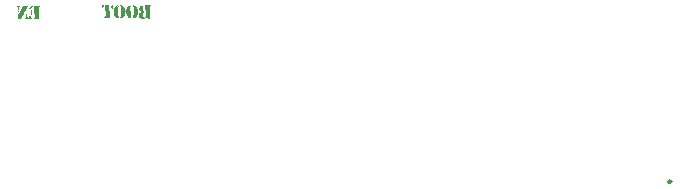
<source format=gbo>
G04*
G04 #@! TF.GenerationSoftware,Altium Limited,Altium Designer,20.1.14 (287)*
G04*
G04 Layer_Color=32896*
%FSLAX44Y44*%
%MOMM*%
G71*
G04*
G04 #@! TF.SameCoordinates,99A645DD-A7E4-4CA2-B257-33081834DCFA*
G04*
G04*
G04 #@! TF.FilePolarity,Positive*
G04*
G01*
G75*
%ADD131C,0.2500*%
G36*
X1452014Y1205342D02*
X1452083Y1205300D01*
X1452139Y1205259D01*
X1452180Y1205203D01*
X1452208Y1205162D01*
X1452236Y1205134D01*
Y1205120D01*
X1452263Y1205009D01*
Y1204912D01*
Y1204829D01*
X1452236Y1204746D01*
X1452208Y1204690D01*
X1452180Y1204649D01*
X1452166Y1204621D01*
X1452153Y1204607D01*
X1452055Y1204524D01*
X1451931Y1204441D01*
X1451792Y1204357D01*
X1451639Y1204274D01*
X1451501Y1204205D01*
X1451376Y1204149D01*
X1451293Y1204108D01*
X1451279Y1204094D01*
X1451265D01*
X1451071Y1203997D01*
X1450904Y1203886D01*
X1450766Y1203789D01*
X1450641Y1203692D01*
X1450544Y1203608D01*
X1450474Y1203539D01*
X1450433Y1203484D01*
X1450419Y1203470D01*
X1450308Y1203331D01*
X1450211Y1203206D01*
X1450141Y1203095D01*
X1450072Y1202998D01*
X1450031Y1202915D01*
X1450003Y1202846D01*
X1449989Y1202804D01*
Y1202790D01*
X1449906Y1202568D01*
X1449864Y1202485D01*
X1449823Y1202402D01*
X1449795Y1202333D01*
X1449767Y1202291D01*
X1449739Y1202263D01*
Y1202249D01*
X1449684Y1202180D01*
X1449615Y1202124D01*
X1449559Y1202083D01*
X1449490Y1202055D01*
X1449448Y1202041D01*
X1449406Y1202027D01*
X1449365D01*
X1449309Y1202041D01*
X1449268Y1202069D01*
X1449226Y1202111D01*
X1449198Y1202166D01*
X1449143Y1202305D01*
X1449088Y1202457D01*
X1449060Y1202610D01*
X1449046Y1202749D01*
X1449032Y1202804D01*
Y1202846D01*
Y1202873D01*
Y1202887D01*
X1449018Y1203192D01*
X1449032Y1203470D01*
X1449074Y1203692D01*
X1449101Y1203886D01*
X1449143Y1204025D01*
X1449185Y1204135D01*
X1449212Y1204191D01*
X1449226Y1204219D01*
X1449282Y1204302D01*
X1449351Y1204385D01*
X1449531Y1204538D01*
X1449753Y1204676D01*
X1449975Y1204801D01*
X1450197Y1204898D01*
X1450294Y1204940D01*
X1450377Y1204967D01*
X1450447Y1204995D01*
X1450502Y1205023D01*
X1450530Y1205037D01*
X1450544D01*
X1450724Y1205092D01*
X1450877Y1205148D01*
X1451015Y1205189D01*
X1451154Y1205231D01*
X1451376Y1205286D01*
X1451542Y1205342D01*
X1451667Y1205356D01*
X1451750Y1205384D01*
X1451931D01*
X1452014Y1205342D01*
D02*
G37*
G36*
X1440517Y1205800D02*
X1440669Y1205786D01*
X1440808Y1205772D01*
X1440919Y1205758D01*
X1441002Y1205744D01*
X1441086Y1205730D01*
X1441141Y1205703D01*
X1441183Y1205689D01*
X1441210Y1205675D01*
X1441238Y1205661D01*
X1441252Y1205647D01*
X1441266Y1205605D01*
Y1205564D01*
X1441210Y1205453D01*
X1441127Y1205314D01*
X1441016Y1205175D01*
X1440905Y1205037D01*
X1440808Y1204926D01*
X1440739Y1204843D01*
X1440711Y1204829D01*
Y1204815D01*
X1440572Y1204662D01*
X1440461Y1204510D01*
X1440364Y1204371D01*
X1440281Y1204246D01*
X1440226Y1204149D01*
X1440170Y1204066D01*
X1440156Y1204011D01*
X1440142Y1203997D01*
X1440073Y1203830D01*
X1440018Y1203650D01*
X1439962Y1203456D01*
X1439921Y1203262D01*
X1439879Y1203095D01*
X1439851Y1202957D01*
X1439837Y1202901D01*
X1439823Y1202859D01*
Y1202846D01*
Y1202832D01*
X1439782Y1202596D01*
X1439726Y1202402D01*
X1439685Y1202222D01*
X1439657Y1202083D01*
X1439615Y1201958D01*
X1439574Y1201847D01*
X1439546Y1201764D01*
X1439518Y1201695D01*
X1439491Y1201639D01*
X1439463Y1201598D01*
X1439421Y1201556D01*
X1439407Y1201528D01*
X1439393D01*
X1439366Y1201542D01*
X1439338Y1201584D01*
X1439310Y1201653D01*
X1439283Y1201722D01*
X1439269Y1201819D01*
X1439255Y1201930D01*
X1439241Y1202166D01*
X1439227Y1202402D01*
X1439213Y1202513D01*
Y1202610D01*
Y1202693D01*
Y1202749D01*
Y1202790D01*
Y1202804D01*
Y1202971D01*
Y1203123D01*
X1439199Y1203262D01*
Y1203387D01*
X1439185Y1203595D01*
X1439158Y1203761D01*
X1439144Y1203872D01*
X1439130Y1203955D01*
X1439116Y1203997D01*
Y1204011D01*
X1439061Y1204121D01*
X1438978Y1204246D01*
X1438894Y1204357D01*
X1438783Y1204482D01*
X1438686Y1204579D01*
X1438617Y1204662D01*
X1438548Y1204718D01*
X1438534Y1204732D01*
X1438409Y1204843D01*
X1438312Y1204954D01*
X1438229Y1205051D01*
X1438159Y1205134D01*
X1438048Y1205286D01*
X1437993Y1205397D01*
X1437965Y1205495D01*
Y1205550D01*
X1437979Y1205578D01*
Y1205592D01*
X1438021Y1205633D01*
X1438076Y1205661D01*
X1438173Y1205689D01*
X1438284Y1205703D01*
X1438409Y1205730D01*
X1438548Y1205744D01*
X1438839Y1205772D01*
X1439130Y1205800D01*
X1439255D01*
X1439380Y1205814D01*
X1440337D01*
X1440517Y1205800D01*
D02*
G37*
G36*
X1439893Y1200946D02*
X1439934Y1200932D01*
X1439990Y1200863D01*
X1440018Y1200793D01*
Y1200779D01*
Y1200765D01*
X1440004Y1200696D01*
X1439990Y1200654D01*
X1439921Y1200599D01*
X1439851Y1200571D01*
X1439823D01*
X1439754Y1200585D01*
X1439713Y1200599D01*
X1439657Y1200668D01*
X1439629Y1200738D01*
Y1200751D01*
Y1200765D01*
X1439643Y1200835D01*
X1439657Y1200876D01*
X1439726Y1200932D01*
X1439796Y1200959D01*
X1439823D01*
X1439893Y1200946D01*
D02*
G37*
G36*
X1447423Y1205758D02*
X1447617Y1205744D01*
X1447784Y1205730D01*
X1447923Y1205703D01*
X1448020Y1205689D01*
X1448103Y1205661D01*
X1448172Y1205647D01*
X1448214Y1205633D01*
X1448242Y1205619D01*
X1448255Y1205605D01*
X1448269Y1205592D01*
X1448283Y1205536D01*
Y1205481D01*
X1448255Y1205411D01*
X1448228Y1205342D01*
X1448186Y1205273D01*
X1448158Y1205231D01*
X1448131Y1205189D01*
X1448117Y1205175D01*
X1448006Y1205037D01*
X1447881Y1204870D01*
X1447742Y1204690D01*
X1447604Y1204510D01*
X1447465Y1204343D01*
X1447354Y1204191D01*
X1447312Y1204149D01*
X1447285Y1204108D01*
X1447257Y1204080D01*
Y1204066D01*
X1447021Y1203761D01*
X1446813Y1203456D01*
X1446619Y1203165D01*
X1446439Y1202887D01*
X1446300Y1202652D01*
X1446231Y1202554D01*
X1446189Y1202471D01*
X1446147Y1202402D01*
X1446120Y1202346D01*
X1446092Y1202319D01*
Y1202305D01*
X1444927Y1200266D01*
X1444913Y1200238D01*
X1444885Y1200197D01*
X1444844Y1200127D01*
X1444788Y1200058D01*
X1444677Y1199850D01*
X1444553Y1199642D01*
X1444428Y1199420D01*
X1444372Y1199323D01*
X1444317Y1199226D01*
X1444275Y1199157D01*
X1444247Y1199101D01*
X1444220Y1199060D01*
Y1199046D01*
X1443970Y1198616D01*
X1443721Y1198186D01*
X1443499Y1197784D01*
X1443277Y1197409D01*
X1443194Y1197257D01*
X1443110Y1197104D01*
X1443027Y1196965D01*
X1442972Y1196854D01*
X1442916Y1196771D01*
X1442874Y1196702D01*
X1442861Y1196660D01*
X1442847Y1196646D01*
X1442722Y1196425D01*
X1442611Y1196230D01*
X1442514Y1196064D01*
X1442431Y1195925D01*
X1442375Y1195800D01*
X1442306Y1195690D01*
X1442264Y1195606D01*
X1442223Y1195537D01*
X1442195Y1195481D01*
X1442181Y1195440D01*
X1442153Y1195385D01*
X1442139Y1195357D01*
X1442126Y1195301D01*
X1442084Y1195232D01*
X1442015Y1195135D01*
X1441945Y1195052D01*
X1441876Y1194968D01*
X1441807Y1194899D01*
X1441765Y1194844D01*
X1441751Y1194830D01*
X1441654Y1194746D01*
X1441571Y1194677D01*
X1441488Y1194622D01*
X1441418Y1194580D01*
X1441363Y1194552D01*
X1441321Y1194538D01*
X1441293Y1194525D01*
X1441280D01*
X1441183Y1194511D01*
X1441072Y1194497D01*
X1440822Y1194511D01*
X1440628D01*
X1440572Y1194525D01*
X1440545D01*
X1440350Y1194552D01*
X1440198Y1194594D01*
X1440073Y1194622D01*
X1439976Y1194663D01*
X1439921Y1194691D01*
X1439865Y1194719D01*
X1439851Y1194733D01*
X1439837D01*
X1439782Y1194788D01*
X1439726Y1194885D01*
X1439629Y1195079D01*
X1439602Y1195176D01*
X1439574Y1195260D01*
X1439546Y1195315D01*
Y1195329D01*
X1439518Y1195468D01*
X1439505Y1195592D01*
X1439491Y1195703D01*
Y1195800D01*
Y1195870D01*
X1439505Y1195925D01*
Y1195953D01*
Y1195967D01*
X1439546Y1196147D01*
X1439588Y1196286D01*
X1439602Y1196341D01*
X1439615Y1196383D01*
X1439629Y1196397D01*
Y1196411D01*
X1439685Y1196535D01*
X1439726Y1196619D01*
X1439754Y1196674D01*
X1439768Y1196688D01*
X1439782Y1196757D01*
Y1196799D01*
X1439768Y1196813D01*
X1439754Y1196827D01*
X1439713Y1196841D01*
X1439671Y1196854D01*
X1439560Y1196868D01*
X1439324D01*
X1439255Y1196882D01*
X1439199Y1196896D01*
X1439158Y1196910D01*
X1439116Y1196924D01*
X1439102Y1196938D01*
X1439088Y1197007D01*
Y1197090D01*
X1439116Y1197173D01*
X1439130Y1197187D01*
Y1197201D01*
X1439172Y1197312D01*
X1439213Y1197437D01*
X1439283Y1197673D01*
X1439297Y1197784D01*
X1439310Y1197867D01*
X1439324Y1197922D01*
Y1197936D01*
X1439352Y1198117D01*
X1439393Y1198283D01*
X1439449Y1198449D01*
X1439491Y1198588D01*
X1439546Y1198727D01*
X1439588Y1198824D01*
X1439615Y1198879D01*
X1439629Y1198907D01*
X1439879Y1199490D01*
X1439962Y1198852D01*
X1439976Y1198741D01*
X1439990Y1198643D01*
X1440031Y1198491D01*
X1440073Y1198394D01*
X1440115Y1198325D01*
X1440156Y1198283D01*
X1440184Y1198255D01*
X1440212D01*
X1440240Y1198269D01*
X1440267Y1198297D01*
X1440323Y1198366D01*
X1440378Y1198477D01*
X1440420Y1198588D01*
X1440461Y1198713D01*
X1440489Y1198810D01*
X1440517Y1198879D01*
Y1198907D01*
X1440558Y1199143D01*
X1440614Y1199323D01*
X1440656Y1199462D01*
X1440711Y1199573D01*
X1440753Y1199642D01*
X1440794Y1199684D01*
X1440808Y1199711D01*
X1440822D01*
X1440850Y1199753D01*
X1440878Y1199822D01*
X1440891Y1199975D01*
Y1200044D01*
X1440878Y1200114D01*
Y1200155D01*
Y1200169D01*
X1440864Y1200294D01*
X1440878Y1200405D01*
X1440905Y1200474D01*
X1440933Y1200544D01*
X1440974Y1200585D01*
X1441016Y1200613D01*
X1441030Y1200627D01*
X1441044D01*
X1441086Y1200654D01*
X1441127Y1200682D01*
X1441238Y1200793D01*
X1441335Y1200932D01*
X1441446Y1201084D01*
X1441543Y1201237D01*
X1441626Y1201362D01*
X1441654Y1201417D01*
X1441682Y1201459D01*
X1441696Y1201473D01*
Y1201487D01*
X1441848Y1201764D01*
X1441945Y1201986D01*
X1442029Y1202180D01*
X1442084Y1202333D01*
X1442112Y1202443D01*
X1442126Y1202527D01*
X1442139Y1202568D01*
Y1202582D01*
X1442153Y1202652D01*
X1442167Y1202735D01*
X1442209Y1202846D01*
X1442250Y1202971D01*
X1442375Y1203248D01*
X1442514Y1203539D01*
X1442653Y1203816D01*
X1442708Y1203955D01*
X1442777Y1204066D01*
X1442819Y1204149D01*
X1442861Y1204232D01*
X1442874Y1204274D01*
X1442888Y1204288D01*
X1443623Y1205703D01*
X1445870Y1205758D01*
X1446272Y1205772D01*
X1447201D01*
X1447423Y1205758D01*
D02*
G37*
G36*
X1450780Y1201792D02*
X1450835Y1201722D01*
X1450877Y1201639D01*
X1450932Y1201542D01*
X1450974Y1201445D01*
X1451057Y1201237D01*
X1451085Y1201140D01*
X1451112Y1201070D01*
X1451126Y1201015D01*
Y1201001D01*
X1451209Y1200724D01*
X1451251Y1200599D01*
X1451279Y1200488D01*
X1451320Y1200405D01*
X1451334Y1200335D01*
X1451362Y1200294D01*
Y1200280D01*
X1451404Y1200169D01*
X1451445Y1200086D01*
X1451473Y1200003D01*
X1451487Y1199947D01*
X1451514Y1199906D01*
Y1199878D01*
X1451528Y1199864D01*
X1451556Y1199781D01*
X1451570Y1199697D01*
X1451584Y1199642D01*
Y1199628D01*
Y1199614D01*
Y1199490D01*
X1451556Y1199365D01*
X1451542Y1199323D01*
X1451528Y1199281D01*
X1451514Y1199254D01*
Y1199240D01*
X1451182Y1198144D01*
X1451112Y1197950D01*
X1451043Y1197811D01*
X1450974Y1197701D01*
X1450890Y1197631D01*
X1450835Y1197589D01*
X1450780Y1197576D01*
X1450752Y1197562D01*
X1450738D01*
X1450668Y1197576D01*
X1450613Y1197631D01*
X1450571Y1197687D01*
X1450544Y1197770D01*
X1450516Y1197839D01*
X1450502Y1197908D01*
X1450488Y1197950D01*
Y1197964D01*
X1450474Y1198047D01*
Y1198158D01*
X1450461Y1198269D01*
Y1198394D01*
X1450447Y1198671D01*
X1450433Y1198962D01*
Y1199226D01*
Y1199351D01*
Y1199448D01*
Y1199531D01*
Y1199600D01*
Y1199642D01*
Y1199656D01*
Y1199864D01*
Y1200072D01*
X1450447Y1200252D01*
Y1200419D01*
X1450461Y1200710D01*
X1450474Y1200959D01*
X1450488Y1201154D01*
X1450502Y1201279D01*
X1450516Y1201362D01*
Y1201389D01*
X1450530Y1201500D01*
X1450544Y1201584D01*
X1450571Y1201653D01*
X1450585Y1201722D01*
X1450627Y1201792D01*
X1450682Y1201833D01*
X1450724D01*
X1450780Y1201792D01*
D02*
G37*
G36*
X1453317Y1194927D02*
X1453359Y1194913D01*
X1453414Y1194844D01*
X1453442Y1194760D01*
Y1194746D01*
Y1194733D01*
X1453428Y1194663D01*
X1453414Y1194608D01*
X1453387Y1194580D01*
X1453345Y1194552D01*
X1453276Y1194525D01*
X1453248D01*
X1453179Y1194538D01*
X1453137Y1194552D01*
X1453082Y1194636D01*
X1453054Y1194705D01*
Y1194719D01*
Y1194733D01*
X1453068Y1194802D01*
X1453082Y1194857D01*
X1453109Y1194885D01*
X1453151Y1194913D01*
X1453220Y1194941D01*
X1453248D01*
X1453317Y1194927D01*
D02*
G37*
G36*
X1446952Y1199961D02*
X1446993Y1199906D01*
X1447035Y1199809D01*
X1447063Y1199684D01*
X1447090Y1199545D01*
X1447118Y1199379D01*
X1447160Y1199032D01*
X1447188Y1198671D01*
Y1198505D01*
X1447201Y1198366D01*
Y1198241D01*
X1447215Y1198144D01*
Y1198089D01*
Y1198061D01*
X1447229Y1197811D01*
X1447243Y1197589D01*
Y1197382D01*
X1447257Y1197201D01*
X1447271Y1197035D01*
X1447285Y1196896D01*
X1447298Y1196771D01*
X1447312Y1196660D01*
X1447326Y1196563D01*
X1447340Y1196494D01*
Y1196425D01*
X1447354Y1196383D01*
X1447368Y1196314D01*
Y1196300D01*
X1447410Y1196161D01*
X1447479Y1196022D01*
X1447562Y1195898D01*
X1447645Y1195773D01*
X1447728Y1195676D01*
X1447784Y1195592D01*
X1447839Y1195537D01*
X1447853Y1195523D01*
X1447964Y1195398D01*
X1448061Y1195287D01*
X1448145Y1195190D01*
X1448200Y1195093D01*
X1448242Y1195010D01*
X1448283Y1194941D01*
X1448311Y1194816D01*
X1448325Y1194719D01*
X1448311Y1194649D01*
X1448297Y1194608D01*
X1448283Y1194594D01*
X1448228Y1194552D01*
X1448145Y1194511D01*
X1448047Y1194469D01*
X1447937Y1194441D01*
X1447687Y1194400D01*
X1447410Y1194358D01*
X1447146Y1194344D01*
X1447035D01*
X1446924Y1194331D01*
X1446466D01*
X1446258Y1194344D01*
X1446064Y1194358D01*
X1445898Y1194372D01*
X1445745Y1194386D01*
X1445621Y1194414D01*
X1445509Y1194441D01*
X1445412Y1194469D01*
X1445343Y1194483D01*
X1445288Y1194511D01*
X1445204Y1194552D01*
X1445163Y1194580D01*
X1445149Y1194594D01*
X1445121Y1194649D01*
Y1194719D01*
X1445135Y1194788D01*
X1445163Y1194857D01*
X1445246Y1195024D01*
X1445371Y1195204D01*
X1445496Y1195357D01*
X1445607Y1195481D01*
X1445662Y1195537D01*
X1445704Y1195579D01*
X1445717Y1195592D01*
X1445731Y1195606D01*
X1445884Y1195759D01*
X1445995Y1195898D01*
X1446092Y1196022D01*
X1446175Y1196133D01*
X1446217Y1196217D01*
X1446258Y1196272D01*
X1446286Y1196314D01*
Y1196328D01*
X1446328Y1196452D01*
X1446355Y1196577D01*
X1446397Y1196827D01*
Y1196952D01*
X1446411Y1197035D01*
Y1197090D01*
Y1197118D01*
Y1197534D01*
X1446439Y1197908D01*
X1446453Y1198255D01*
X1446480Y1198546D01*
X1446494Y1198671D01*
X1446508Y1198782D01*
X1446522Y1198879D01*
X1446536Y1198962D01*
X1446550Y1199032D01*
Y1199073D01*
X1446564Y1199101D01*
Y1199115D01*
X1446591Y1199268D01*
X1446619Y1199406D01*
X1446647Y1199517D01*
X1446688Y1199614D01*
X1446716Y1199711D01*
X1446744Y1199781D01*
X1446799Y1199878D01*
X1446841Y1199947D01*
X1446882Y1199975D01*
X1446896Y1199989D01*
X1446910D01*
X1446952Y1199961D01*
D02*
G37*
G36*
X1456826Y1205370D02*
X1457020Y1205356D01*
X1457173Y1205342D01*
X1457298Y1205328D01*
X1457409Y1205300D01*
X1457492Y1205286D01*
X1457547Y1205273D01*
X1457589Y1205259D01*
X1457617Y1205245D01*
X1457630Y1205231D01*
X1457644Y1205217D01*
X1457658Y1205175D01*
X1457672Y1205120D01*
X1457644Y1205009D01*
X1457589Y1204898D01*
X1457520Y1204787D01*
X1457436Y1204690D01*
X1457353Y1204607D01*
X1457298Y1204551D01*
X1457284Y1204538D01*
X1456757Y1204121D01*
Y1199628D01*
Y1199115D01*
Y1198630D01*
Y1198200D01*
X1456771Y1197825D01*
Y1197479D01*
Y1197160D01*
X1456785Y1196896D01*
Y1196660D01*
Y1196466D01*
X1456798Y1196300D01*
Y1196161D01*
Y1196050D01*
X1456812Y1195967D01*
Y1195911D01*
Y1195884D01*
Y1195870D01*
X1456826Y1195717D01*
X1456840Y1195579D01*
X1456854Y1195454D01*
X1456868Y1195357D01*
X1456909Y1195163D01*
X1456951Y1195038D01*
X1456992Y1194941D01*
X1457034Y1194871D01*
X1457048Y1194844D01*
X1457062Y1194830D01*
X1457159Y1194719D01*
X1457228Y1194636D01*
X1457270Y1194566D01*
X1457284Y1194511D01*
Y1194469D01*
X1457270Y1194441D01*
X1457256Y1194414D01*
X1457214Y1194386D01*
X1457173Y1194358D01*
X1457034Y1194317D01*
X1456868Y1194275D01*
X1456687Y1194247D01*
X1456507Y1194233D01*
X1456355Y1194220D01*
X1456299Y1194206D01*
X1455661D01*
X1455564Y1194220D01*
X1455467Y1194233D01*
X1455328Y1194247D01*
X1455231Y1194275D01*
X1455176Y1194303D01*
X1455148Y1194331D01*
X1455134D01*
X1454954Y1194427D01*
X1454787Y1194497D01*
X1454718Y1194511D01*
X1454663Y1194525D01*
X1454607D01*
X1454399Y1194566D01*
X1454316Y1194594D01*
X1454233Y1194636D01*
X1454177Y1194663D01*
X1454136Y1194691D01*
X1454108Y1194719D01*
X1454094D01*
X1454025Y1194802D01*
X1453941Y1194913D01*
X1453886Y1195052D01*
X1453831Y1195190D01*
X1453789Y1195315D01*
X1453747Y1195426D01*
X1453734Y1195495D01*
X1453720Y1195523D01*
X1453678Y1195676D01*
X1453650Y1195800D01*
X1453609Y1195911D01*
X1453581Y1196009D01*
X1453553Y1196092D01*
X1453539Y1196161D01*
X1453498Y1196258D01*
X1453470Y1196328D01*
X1453456Y1196355D01*
X1453442Y1196369D01*
X1453428Y1196397D01*
X1453414Y1196466D01*
X1453401Y1196591D01*
X1453387Y1196744D01*
X1453373Y1196910D01*
X1453359Y1197118D01*
X1453331Y1197548D01*
X1453317Y1197978D01*
X1453304Y1198186D01*
X1453290Y1198352D01*
Y1198505D01*
X1453276Y1198630D01*
Y1198699D01*
Y1198727D01*
X1453262Y1199157D01*
X1453234Y1199573D01*
X1453220Y1199975D01*
X1453206Y1200363D01*
Y1200724D01*
X1453193Y1201057D01*
X1453179Y1201362D01*
Y1201653D01*
Y1201903D01*
X1453165Y1202138D01*
Y1202333D01*
Y1202499D01*
Y1202624D01*
Y1202721D01*
Y1202790D01*
Y1202804D01*
Y1205314D01*
X1455328Y1205370D01*
X1455717Y1205384D01*
X1456604D01*
X1456826Y1205370D01*
D02*
G37*
G36*
X1449268Y1197312D02*
X1449337Y1197284D01*
X1449406Y1197229D01*
X1449476Y1197160D01*
X1449615Y1197007D01*
X1449725Y1196854D01*
X1449767Y1196799D01*
X1449809Y1196744D01*
X1449823Y1196716D01*
X1449836Y1196702D01*
X1449933Y1196563D01*
X1450017Y1196439D01*
X1450141Y1196230D01*
X1450239Y1196064D01*
X1450294Y1195939D01*
X1450336Y1195856D01*
X1450350Y1195800D01*
X1450363Y1195787D01*
Y1195773D01*
X1450391Y1195703D01*
X1450447Y1195606D01*
X1450530Y1195495D01*
X1450613Y1195371D01*
X1450710Y1195260D01*
X1450793Y1195163D01*
X1450849Y1195107D01*
X1450877Y1195079D01*
X1451001Y1194941D01*
X1451098Y1194816D01*
X1451182Y1194733D01*
X1451223Y1194663D01*
X1451265Y1194608D01*
X1451279Y1194580D01*
X1451293Y1194552D01*
Y1194511D01*
X1451265Y1194455D01*
X1451223Y1194400D01*
X1451168Y1194344D01*
X1451057Y1194261D01*
X1451029Y1194233D01*
X1451015Y1194220D01*
X1450849Y1194136D01*
X1450655Y1194067D01*
X1450461Y1194025D01*
X1450253Y1194012D01*
X1450072Y1193998D01*
X1449781D01*
X1448893Y1194053D01*
Y1195690D01*
Y1195884D01*
Y1196050D01*
X1448907Y1196203D01*
Y1196355D01*
X1448921Y1196605D01*
X1448935Y1196799D01*
X1448949Y1196938D01*
X1448963Y1197035D01*
X1448977Y1197104D01*
Y1197118D01*
X1449018Y1197229D01*
X1449074Y1197298D01*
X1449129Y1197326D01*
X1449198Y1197340D01*
X1449268Y1197312D01*
D02*
G37*
G36*
X1546313Y1205265D02*
X1546340Y1205238D01*
Y1205210D01*
Y1205154D01*
Y1205140D01*
Y1205126D01*
X1546271Y1205016D01*
X1546188Y1204932D01*
X1546119Y1204863D01*
X1546105Y1204849D01*
X1546091D01*
X1545994Y1204808D01*
X1545911Y1204794D01*
X1545855Y1204808D01*
X1545827Y1204835D01*
X1545800Y1204863D01*
X1545786Y1204891D01*
Y1204919D01*
Y1204932D01*
X1545800Y1205002D01*
X1545813Y1205016D01*
X1545869Y1205099D01*
X1545938Y1205168D01*
X1546008Y1205210D01*
X1546077Y1205251D01*
X1546133Y1205265D01*
X1546188Y1205279D01*
X1546216Y1205293D01*
X1546285D01*
X1546313Y1205265D01*
D02*
G37*
G36*
X1535371Y1205917D02*
X1535385Y1205875D01*
X1535371Y1205820D01*
X1535343Y1205764D01*
X1535315Y1205709D01*
X1535301Y1205654D01*
X1535273Y1205612D01*
Y1205598D01*
X1535190Y1205390D01*
X1535149Y1205321D01*
X1535121Y1205251D01*
X1535107Y1205196D01*
X1535093Y1205154D01*
X1535079Y1205140D01*
Y1205126D01*
X1535024Y1205016D01*
X1534968Y1204932D01*
X1534913Y1204877D01*
X1534844Y1204835D01*
X1534788Y1204808D01*
X1534733Y1204794D01*
X1534691D01*
X1534594Y1204808D01*
X1534525Y1204849D01*
X1534483Y1204905D01*
X1534455Y1204960D01*
X1534441Y1205016D01*
Y1205071D01*
Y1205113D01*
Y1205126D01*
X1534483Y1205238D01*
X1534566Y1205348D01*
X1534649Y1205459D01*
X1534747Y1205543D01*
X1534844Y1205626D01*
X1534927Y1205681D01*
X1534968Y1205723D01*
X1534996Y1205737D01*
X1535093Y1205806D01*
X1535163Y1205848D01*
X1535232Y1205889D01*
X1535273Y1205903D01*
X1535343Y1205931D01*
X1535357D01*
X1535371Y1205917D01*
D02*
G37*
G36*
X1524775D02*
X1524789Y1205875D01*
X1524775Y1205820D01*
X1524747Y1205764D01*
X1524720Y1205709D01*
X1524706Y1205654D01*
X1524678Y1205612D01*
Y1205598D01*
X1524595Y1205390D01*
X1524553Y1205321D01*
X1524525Y1205251D01*
X1524512Y1205196D01*
X1524498Y1205154D01*
X1524484Y1205140D01*
Y1205126D01*
X1524428Y1205016D01*
X1524373Y1204932D01*
X1524317Y1204877D01*
X1524248Y1204835D01*
X1524193Y1204808D01*
X1524137Y1204794D01*
X1524096D01*
X1523999Y1204808D01*
X1523929Y1204849D01*
X1523888Y1204905D01*
X1523860Y1204960D01*
X1523846Y1205016D01*
Y1205071D01*
Y1205113D01*
Y1205126D01*
X1523888Y1205238D01*
X1523971Y1205348D01*
X1524054Y1205459D01*
X1524151Y1205543D01*
X1524248Y1205626D01*
X1524331Y1205681D01*
X1524373Y1205723D01*
X1524401Y1205737D01*
X1524498Y1205806D01*
X1524567Y1205848D01*
X1524636Y1205889D01*
X1524678Y1205903D01*
X1524747Y1205931D01*
X1524761D01*
X1524775Y1205917D01*
D02*
G37*
G36*
X1512155Y1206458D02*
X1512210Y1206444D01*
X1512238Y1206430D01*
X1512307Y1206333D01*
X1512349Y1206236D01*
X1512377Y1206125D01*
X1512391Y1206028D01*
Y1205931D01*
Y1205848D01*
X1512377Y1205792D01*
Y1205778D01*
X1512335Y1205626D01*
X1512280Y1205487D01*
X1512210Y1205362D01*
X1512155Y1205265D01*
X1512086Y1205182D01*
X1512030Y1205126D01*
X1512002Y1205085D01*
X1511989Y1205071D01*
X1511850Y1204932D01*
X1511739Y1204766D01*
X1511656Y1204613D01*
X1511572Y1204461D01*
X1511531Y1204336D01*
X1511489Y1204225D01*
X1511461Y1204156D01*
Y1204128D01*
X1511420Y1204003D01*
X1511392Y1203906D01*
X1511351Y1203823D01*
X1511323Y1203754D01*
X1511281Y1203698D01*
X1511240Y1203656D01*
X1511170Y1203615D01*
X1511087Y1203629D01*
X1511018Y1203670D01*
X1510934Y1203740D01*
X1510865Y1203837D01*
X1510796Y1203948D01*
X1510740Y1204072D01*
X1510643Y1204308D01*
X1510602Y1204419D01*
X1510574Y1204502D01*
X1510546Y1204558D01*
Y1204572D01*
X1510491Y1204752D01*
X1510449Y1204932D01*
X1510408Y1205085D01*
X1510380Y1205224D01*
X1510338Y1205473D01*
X1510324Y1205654D01*
X1510310Y1205806D01*
Y1205903D01*
X1510324Y1205959D01*
Y1205973D01*
X1510380Y1206097D01*
X1510463Y1206194D01*
X1510574Y1206250D01*
X1510685Y1206305D01*
X1510796Y1206333D01*
X1510893Y1206347D01*
X1510990D01*
X1511226Y1206361D01*
X1511337D01*
X1511434Y1206375D01*
X1511517Y1206389D01*
X1511572D01*
X1511614Y1206402D01*
X1511628D01*
X1511725Y1206416D01*
X1511822Y1206444D01*
X1511877D01*
X1511933Y1206458D01*
X1511975Y1206472D01*
X1512086D01*
X1512155Y1206458D01*
D02*
G37*
G36*
X1510504Y1203018D02*
X1510546Y1203005D01*
X1510602Y1202935D01*
X1510629Y1202866D01*
Y1202852D01*
Y1202838D01*
Y1202783D01*
X1510602Y1202755D01*
X1510588Y1202727D01*
X1510491D01*
X1510408Y1202755D01*
X1510352Y1202797D01*
X1510296Y1202838D01*
X1510269Y1202866D01*
X1510241Y1202922D01*
Y1202949D01*
X1510255Y1202977D01*
X1510269Y1203005D01*
X1510338Y1203018D01*
X1510408Y1203032D01*
X1510435D01*
X1510504Y1203018D01*
D02*
G37*
G36*
X1519561Y1206056D02*
X1519602Y1206028D01*
X1519616Y1206014D01*
X1519630D01*
X1519658Y1205973D01*
X1519672Y1205903D01*
X1519699Y1205806D01*
X1519713Y1205695D01*
X1519727Y1205556D01*
X1519741Y1205418D01*
X1519755Y1205099D01*
Y1204794D01*
X1519769Y1204655D01*
Y1204530D01*
Y1204419D01*
Y1204336D01*
Y1204281D01*
Y1204267D01*
Y1204100D01*
Y1203934D01*
X1519755Y1203656D01*
Y1203435D01*
X1519741Y1203254D01*
X1519727Y1203116D01*
Y1203018D01*
X1519713Y1202963D01*
Y1202949D01*
X1519685Y1202824D01*
X1519644Y1202727D01*
X1519616Y1202644D01*
X1519561Y1202589D01*
X1519533Y1202547D01*
X1519491Y1202519D01*
X1519477Y1202505D01*
X1519464D01*
X1519353Y1202478D01*
X1519242D01*
X1519145Y1202505D01*
X1519061Y1202547D01*
X1518978Y1202575D01*
X1518923Y1202616D01*
X1518895Y1202644D01*
X1518881Y1202658D01*
X1518784Y1202769D01*
X1518715Y1202866D01*
X1518673Y1202977D01*
X1518631Y1203088D01*
X1518618Y1203171D01*
X1518604Y1203240D01*
Y1203296D01*
Y1203310D01*
X1518590Y1203546D01*
X1518562Y1203670D01*
X1518534Y1203767D01*
X1518521Y1203865D01*
X1518493Y1203934D01*
X1518479Y1203989D01*
Y1204003D01*
X1518437Y1204142D01*
X1518396Y1204281D01*
X1518354Y1204391D01*
X1518313Y1204489D01*
X1518285Y1204558D01*
X1518257Y1204627D01*
X1518243Y1204655D01*
Y1204669D01*
X1518174Y1204863D01*
X1518132Y1205057D01*
X1518118Y1205126D01*
X1518104Y1205182D01*
Y1205224D01*
Y1205238D01*
Y1205348D01*
X1518118Y1205432D01*
X1518132Y1205501D01*
X1518160Y1205556D01*
X1518188Y1205598D01*
X1518215Y1205626D01*
X1518229Y1205654D01*
X1518243D01*
X1518340Y1205737D01*
X1518465Y1205806D01*
X1518715Y1205917D01*
X1518826Y1205959D01*
X1518909Y1205986D01*
X1518964Y1206014D01*
X1518992D01*
X1519158Y1206056D01*
X1519297Y1206070D01*
X1519491D01*
X1519561Y1206056D01*
D02*
G37*
G36*
X1514249Y1206416D02*
X1514540Y1206402D01*
X1514818Y1206375D01*
X1514942D01*
X1515053Y1206361D01*
X1515150D01*
X1515220Y1206347D01*
X1515289D01*
X1516759Y1206236D01*
X1516842Y1196029D01*
X1517342Y1195835D01*
X1517466Y1195779D01*
X1517564Y1195724D01*
X1517647Y1195668D01*
X1517702Y1195599D01*
X1517730Y1195544D01*
X1517744Y1195474D01*
Y1195419D01*
X1517730Y1195363D01*
X1517688Y1195252D01*
X1517619Y1195169D01*
X1517577Y1195114D01*
X1517550Y1195086D01*
X1517494Y1195058D01*
X1517439Y1195030D01*
X1517355Y1195003D01*
X1517258Y1194975D01*
X1517050Y1194947D01*
X1516828Y1194933D01*
X1516274D01*
X1515872Y1194961D01*
X1515456Y1195003D01*
X1515053Y1195044D01*
X1514693Y1195100D01*
X1514526Y1195114D01*
X1514374Y1195141D01*
X1514249Y1195169D01*
X1514138Y1195183D01*
X1514041Y1195197D01*
X1513972Y1195211D01*
X1513930Y1195225D01*
X1513916D01*
X1513764Y1195252D01*
X1513611Y1195266D01*
X1513361Y1195280D01*
X1513167Y1195266D01*
X1513015Y1195238D01*
X1512904Y1195197D01*
X1512834Y1195155D01*
X1512793Y1195127D01*
X1512779Y1195114D01*
X1512724Y1195058D01*
X1512668Y1195016D01*
X1512599Y1194961D01*
X1512557Y1194933D01*
X1512516D01*
X1512488Y1194947D01*
X1512432Y1195003D01*
X1512391Y1195058D01*
X1512377Y1195086D01*
X1512294Y1195225D01*
X1512238Y1195335D01*
X1512210Y1195446D01*
X1512197Y1195530D01*
Y1195585D01*
Y1195627D01*
X1512210Y1195654D01*
Y1195668D01*
X1512252Y1195724D01*
X1512321Y1195765D01*
X1512391Y1195793D01*
X1512612D01*
X1512654Y1195779D01*
X1512668D01*
X1512793Y1195751D01*
X1513015D01*
X1513056Y1195765D01*
X1513084Y1195779D01*
X1513098Y1195793D01*
X1513126Y1195849D01*
X1513139Y1195932D01*
X1513153Y1196043D01*
Y1196154D01*
X1513167Y1196265D01*
Y1196362D01*
Y1196417D01*
Y1196445D01*
Y1196584D01*
X1513181Y1196695D01*
X1513195Y1196805D01*
X1513209Y1196889D01*
X1513250Y1197027D01*
X1513292Y1197111D01*
X1513334Y1197166D01*
X1513375Y1197194D01*
X1513403Y1197208D01*
X1513417D01*
X1513486Y1197222D01*
X1513542Y1197277D01*
X1513583Y1197346D01*
X1513611Y1197416D01*
X1513639Y1197499D01*
X1513653Y1197554D01*
Y1197610D01*
Y1197624D01*
Y1197929D01*
X1513639Y1198067D01*
Y1198192D01*
X1513625Y1198303D01*
Y1198387D01*
X1513611Y1198442D01*
Y1198456D01*
X1513597Y1198595D01*
X1513569Y1198692D01*
X1513556Y1198775D01*
X1513542Y1198816D01*
Y1198844D01*
X1513528Y1198872D01*
Y1198886D01*
X1513514Y1198927D01*
Y1198983D01*
X1513500Y1199066D01*
Y1199163D01*
X1513486Y1199274D01*
X1513472Y1199510D01*
X1513459Y1199732D01*
Y1199843D01*
Y1199940D01*
X1513445Y1200023D01*
Y1200078D01*
Y1200120D01*
Y1200134D01*
Y1200314D01*
X1513431Y1200522D01*
X1513417Y1200758D01*
X1513403Y1200980D01*
Y1201188D01*
X1513389Y1201354D01*
X1513375Y1201410D01*
Y1201465D01*
Y1201493D01*
Y1201507D01*
X1513348Y1201854D01*
X1513334Y1202186D01*
X1513320Y1202478D01*
X1513306Y1202727D01*
X1513292Y1202935D01*
Y1203018D01*
X1513278Y1203088D01*
Y1203143D01*
Y1203185D01*
Y1203199D01*
Y1203213D01*
X1513264Y1203490D01*
Y1203754D01*
X1513250Y1204017D01*
Y1204239D01*
Y1204447D01*
Y1204586D01*
Y1204655D01*
Y1204697D01*
Y1204710D01*
Y1204724D01*
Y1205002D01*
X1513264Y1205251D01*
X1513278Y1205459D01*
X1513292Y1205640D01*
X1513320Y1205778D01*
X1513334Y1205875D01*
X1513348Y1205945D01*
Y1205959D01*
X1513389Y1206111D01*
X1513431Y1206222D01*
X1513486Y1206305D01*
X1513528Y1206361D01*
X1513569Y1206402D01*
X1513611Y1206416D01*
X1513625Y1206430D01*
X1513972D01*
X1514249Y1206416D01*
D02*
G37*
G36*
X1547422Y1196029D02*
X1547464Y1195973D01*
X1547505Y1195904D01*
X1547519Y1195807D01*
X1547533Y1195710D01*
X1547547Y1195641D01*
Y1195585D01*
Y1195557D01*
X1547533Y1195391D01*
X1547519Y1195266D01*
X1547492Y1195183D01*
X1547450Y1195127D01*
X1547408Y1195086D01*
X1547381Y1195072D01*
X1547367Y1195058D01*
X1547353D01*
X1547283Y1195086D01*
X1547242Y1195141D01*
X1547200Y1195211D01*
X1547186Y1195308D01*
X1547173Y1195405D01*
X1547159Y1195474D01*
Y1195530D01*
Y1195557D01*
X1547173Y1195724D01*
X1547186Y1195849D01*
X1547214Y1195932D01*
X1547256Y1196001D01*
X1547297Y1196029D01*
X1547325Y1196043D01*
X1547339Y1196057D01*
X1547353D01*
X1547422Y1196029D01*
D02*
G37*
G36*
X1534358Y1206111D02*
X1534372Y1206084D01*
X1534400Y1205986D01*
X1534414Y1205889D01*
Y1205862D01*
Y1205848D01*
X1534400Y1205751D01*
X1534372Y1205667D01*
X1534344Y1205598D01*
X1534303Y1205556D01*
X1534220Y1205487D01*
X1534206Y1205459D01*
X1534192D01*
X1534150Y1205404D01*
X1534122Y1205321D01*
X1534109Y1205224D01*
Y1205099D01*
Y1204988D01*
Y1204905D01*
X1534122Y1204835D01*
Y1204808D01*
X1534150Y1204613D01*
X1534192Y1204433D01*
X1534233Y1204281D01*
X1534261Y1204170D01*
X1534303Y1204072D01*
X1534330Y1204003D01*
X1534344Y1203962D01*
X1534358Y1203948D01*
X1534372Y1203892D01*
X1534400Y1203823D01*
X1534414Y1203726D01*
X1534427Y1203615D01*
X1534455Y1203365D01*
X1534469Y1203088D01*
X1534483Y1202811D01*
Y1202700D01*
X1534497Y1202589D01*
Y1202492D01*
Y1202422D01*
Y1202381D01*
Y1202367D01*
X1534525Y1201701D01*
X1534539Y1201382D01*
X1534552Y1201077D01*
X1534566Y1200786D01*
X1534580Y1200522D01*
X1534594Y1200259D01*
X1534608Y1200037D01*
X1534622Y1199815D01*
X1534636Y1199635D01*
X1534649Y1199468D01*
Y1199330D01*
X1534663Y1199232D01*
X1534677Y1199149D01*
Y1199094D01*
Y1199080D01*
X1534705Y1198816D01*
X1534719Y1198581D01*
X1534747Y1198359D01*
X1534774Y1198151D01*
X1534788Y1197971D01*
X1534816Y1197804D01*
X1534830Y1197652D01*
X1534844Y1197513D01*
X1534871Y1197402D01*
X1534885Y1197305D01*
X1534899Y1197222D01*
Y1197152D01*
X1534913Y1197097D01*
X1534927Y1197055D01*
Y1197041D01*
Y1197027D01*
X1534968Y1196805D01*
X1535010Y1196598D01*
X1535052Y1196403D01*
X1535093Y1196237D01*
X1535121Y1196084D01*
X1535149Y1195987D01*
X1535163Y1195918D01*
Y1195890D01*
X1535204Y1195710D01*
X1535232Y1195585D01*
X1535260Y1195488D01*
X1535273Y1195419D01*
X1535301Y1195377D01*
Y1195349D01*
X1535315Y1195335D01*
X1535329Y1195322D01*
Y1195280D01*
Y1195183D01*
X1535315Y1195100D01*
X1535301Y1195072D01*
Y1195058D01*
X1535204Y1194975D01*
X1535093Y1194919D01*
X1534955Y1194878D01*
X1534594D01*
X1534525Y1194892D01*
X1534497D01*
X1534275Y1194947D01*
X1534053Y1195030D01*
X1533859Y1195114D01*
X1533692Y1195211D01*
X1533554Y1195294D01*
X1533443Y1195377D01*
X1533374Y1195433D01*
X1533346Y1195446D01*
X1533082Y1195641D01*
X1532847Y1195835D01*
X1532639Y1196029D01*
X1532431Y1196223D01*
X1532264Y1196403D01*
X1532098Y1196584D01*
X1531959Y1196736D01*
X1531834Y1196903D01*
X1531737Y1197041D01*
X1531654Y1197166D01*
X1531571Y1197277D01*
X1531515Y1197374D01*
X1531474Y1197457D01*
X1531446Y1197513D01*
X1531418Y1197541D01*
Y1197554D01*
X1531335Y1197762D01*
X1531252Y1197998D01*
X1531182Y1198234D01*
X1531127Y1198497D01*
X1531044Y1199011D01*
X1530974Y1199524D01*
X1530960Y1199760D01*
X1530947Y1199981D01*
X1530933Y1200175D01*
Y1200356D01*
X1530919Y1200495D01*
Y1200592D01*
Y1200661D01*
Y1200689D01*
Y1201063D01*
X1530947Y1201410D01*
X1530974Y1201743D01*
X1531002Y1202048D01*
X1531044Y1202325D01*
X1531099Y1202575D01*
X1531141Y1202811D01*
X1531196Y1203018D01*
X1531252Y1203199D01*
X1531293Y1203351D01*
X1531349Y1203490D01*
X1531390Y1203601D01*
X1531418Y1203684D01*
X1531446Y1203754D01*
X1531474Y1203781D01*
Y1203795D01*
X1531584Y1203989D01*
X1531709Y1204184D01*
X1531862Y1204364D01*
X1532014Y1204544D01*
X1532361Y1204863D01*
X1532694Y1205154D01*
X1532860Y1205265D01*
X1533013Y1205376D01*
X1533152Y1205473D01*
X1533263Y1205556D01*
X1533374Y1205626D01*
X1533443Y1205667D01*
X1533498Y1205695D01*
X1533512Y1205709D01*
X1533748Y1205848D01*
X1533928Y1205945D01*
X1534067Y1206028D01*
X1534178Y1206070D01*
X1534247Y1206097D01*
X1534303Y1206125D01*
X1534330D01*
X1534358Y1206111D01*
D02*
G37*
G36*
X1523763D02*
X1523777Y1206084D01*
X1523804Y1205986D01*
X1523818Y1205889D01*
Y1205862D01*
Y1205848D01*
X1523804Y1205751D01*
X1523777Y1205667D01*
X1523749Y1205598D01*
X1523707Y1205556D01*
X1523624Y1205487D01*
X1523610Y1205459D01*
X1523596D01*
X1523555Y1205404D01*
X1523527Y1205321D01*
X1523513Y1205224D01*
Y1205099D01*
Y1204988D01*
Y1204905D01*
X1523527Y1204835D01*
Y1204808D01*
X1523555Y1204613D01*
X1523596Y1204433D01*
X1523638Y1204281D01*
X1523666Y1204170D01*
X1523707Y1204072D01*
X1523735Y1204003D01*
X1523749Y1203962D01*
X1523763Y1203948D01*
X1523777Y1203892D01*
X1523804Y1203823D01*
X1523818Y1203726D01*
X1523832Y1203615D01*
X1523860Y1203365D01*
X1523874Y1203088D01*
X1523888Y1202811D01*
Y1202700D01*
X1523901Y1202589D01*
Y1202492D01*
Y1202422D01*
Y1202381D01*
Y1202367D01*
X1523929Y1201701D01*
X1523943Y1201382D01*
X1523957Y1201077D01*
X1523971Y1200786D01*
X1523985Y1200522D01*
X1523999Y1200259D01*
X1524012Y1200037D01*
X1524026Y1199815D01*
X1524040Y1199635D01*
X1524054Y1199468D01*
Y1199330D01*
X1524068Y1199232D01*
X1524082Y1199149D01*
Y1199094D01*
Y1199080D01*
X1524109Y1198816D01*
X1524123Y1198581D01*
X1524151Y1198359D01*
X1524179Y1198151D01*
X1524193Y1197971D01*
X1524220Y1197804D01*
X1524234Y1197652D01*
X1524248Y1197513D01*
X1524276Y1197402D01*
X1524290Y1197305D01*
X1524304Y1197222D01*
Y1197152D01*
X1524317Y1197097D01*
X1524331Y1197055D01*
Y1197041D01*
Y1197027D01*
X1524373Y1196805D01*
X1524415Y1196598D01*
X1524456Y1196403D01*
X1524498Y1196237D01*
X1524525Y1196084D01*
X1524553Y1195987D01*
X1524567Y1195918D01*
Y1195890D01*
X1524609Y1195710D01*
X1524636Y1195585D01*
X1524664Y1195488D01*
X1524678Y1195419D01*
X1524706Y1195377D01*
Y1195349D01*
X1524720Y1195335D01*
X1524733Y1195322D01*
Y1195280D01*
Y1195183D01*
X1524720Y1195100D01*
X1524706Y1195072D01*
Y1195058D01*
X1524609Y1194975D01*
X1524498Y1194919D01*
X1524359Y1194878D01*
X1523999D01*
X1523929Y1194892D01*
X1523901D01*
X1523680Y1194947D01*
X1523458Y1195030D01*
X1523264Y1195114D01*
X1523097Y1195211D01*
X1522958Y1195294D01*
X1522847Y1195377D01*
X1522778Y1195433D01*
X1522750Y1195446D01*
X1522487Y1195641D01*
X1522251Y1195835D01*
X1522043Y1196029D01*
X1521835Y1196223D01*
X1521669Y1196403D01*
X1521502Y1196584D01*
X1521364Y1196736D01*
X1521239Y1196903D01*
X1521142Y1197041D01*
X1521058Y1197166D01*
X1520975Y1197277D01*
X1520920Y1197374D01*
X1520878Y1197457D01*
X1520850Y1197513D01*
X1520823Y1197541D01*
Y1197554D01*
X1520739Y1197762D01*
X1520656Y1197998D01*
X1520587Y1198234D01*
X1520531Y1198497D01*
X1520448Y1199011D01*
X1520379Y1199524D01*
X1520365Y1199760D01*
X1520351Y1199981D01*
X1520337Y1200175D01*
Y1200356D01*
X1520323Y1200495D01*
Y1200592D01*
Y1200661D01*
Y1200689D01*
Y1201063D01*
X1520351Y1201410D01*
X1520379Y1201743D01*
X1520407Y1202048D01*
X1520448Y1202325D01*
X1520504Y1202575D01*
X1520545Y1202811D01*
X1520601Y1203018D01*
X1520656Y1203199D01*
X1520698Y1203351D01*
X1520753Y1203490D01*
X1520795Y1203601D01*
X1520823Y1203684D01*
X1520850Y1203754D01*
X1520878Y1203781D01*
Y1203795D01*
X1520989Y1203989D01*
X1521114Y1204184D01*
X1521266Y1204364D01*
X1521419Y1204544D01*
X1521766Y1204863D01*
X1522099Y1205154D01*
X1522265Y1205265D01*
X1522417Y1205376D01*
X1522556Y1205473D01*
X1522667Y1205556D01*
X1522778Y1205626D01*
X1522847Y1205667D01*
X1522903Y1205695D01*
X1522917Y1205709D01*
X1523152Y1205848D01*
X1523333Y1205945D01*
X1523472Y1206028D01*
X1523582Y1206070D01*
X1523652Y1206097D01*
X1523707Y1206125D01*
X1523735D01*
X1523763Y1206111D01*
D02*
G37*
G36*
X1537118Y1205903D02*
X1537340Y1205875D01*
X1537437Y1205848D01*
X1537534Y1205834D01*
X1537617Y1205820D01*
X1537673Y1205806D01*
X1537714Y1205792D01*
X1537728D01*
X1537936Y1205723D01*
X1538144Y1205654D01*
X1538519Y1205473D01*
X1538865Y1205279D01*
X1539157Y1205071D01*
X1539281Y1204974D01*
X1539392Y1204877D01*
X1539489Y1204794D01*
X1539559Y1204724D01*
X1539628Y1204655D01*
X1539670Y1204613D01*
X1539698Y1204586D01*
X1539711Y1204572D01*
X1540003Y1204225D01*
X1540238Y1203851D01*
X1540433Y1203490D01*
X1540571Y1203157D01*
X1540641Y1203005D01*
X1540682Y1202866D01*
X1540724Y1202741D01*
X1540765Y1202630D01*
X1540793Y1202547D01*
X1540807Y1202478D01*
X1540821Y1202436D01*
Y1202422D01*
X1540890Y1201978D01*
X1540932Y1201521D01*
X1540946Y1201063D01*
Y1200647D01*
Y1200453D01*
X1540932Y1200273D01*
Y1200106D01*
X1540918Y1199967D01*
Y1199857D01*
X1540904Y1199773D01*
Y1199718D01*
Y1199704D01*
X1540876Y1199413D01*
X1540835Y1199149D01*
X1540807Y1198913D01*
X1540765Y1198678D01*
X1540724Y1198470D01*
X1540682Y1198289D01*
X1540627Y1198123D01*
X1540585Y1197971D01*
X1540544Y1197846D01*
X1540502Y1197735D01*
X1540474Y1197638D01*
X1540433Y1197568D01*
X1540419Y1197499D01*
X1540391Y1197457D01*
X1540377Y1197443D01*
Y1197430D01*
X1540238Y1197194D01*
X1540086Y1196958D01*
X1539933Y1196736D01*
X1539781Y1196542D01*
X1539642Y1196376D01*
X1539531Y1196237D01*
X1539462Y1196154D01*
X1539434Y1196140D01*
Y1196126D01*
X1539323Y1196015D01*
X1539226Y1195918D01*
X1539046Y1195751D01*
X1538921Y1195641D01*
X1538810Y1195557D01*
X1538727Y1195516D01*
X1538685Y1195488D01*
X1538657Y1195474D01*
X1538643D01*
X1538560Y1195460D01*
X1538477Y1195433D01*
X1538325Y1195335D01*
X1538255Y1195280D01*
X1538200Y1195238D01*
X1538158Y1195211D01*
X1538144Y1195197D01*
X1538075Y1195141D01*
X1538006Y1195100D01*
X1537825Y1195016D01*
X1537742Y1194975D01*
X1537673Y1194961D01*
X1537631Y1194933D01*
X1537617D01*
X1537326Y1194864D01*
X1537201Y1194850D01*
X1537076Y1194836D01*
X1536979Y1194822D01*
X1536841D01*
X1536716Y1194836D01*
X1536605Y1194878D01*
X1536535Y1194933D01*
X1536466Y1194989D01*
X1536438Y1195044D01*
X1536411Y1195100D01*
X1536397Y1195127D01*
Y1195141D01*
X1536383Y1195266D01*
X1536397Y1195391D01*
X1536425Y1195502D01*
X1536480Y1195599D01*
X1536522Y1195682D01*
X1536577Y1195751D01*
X1536605Y1195793D01*
X1536619Y1195807D01*
X1536674Y1195876D01*
X1536730Y1195959D01*
X1536813Y1196154D01*
X1536882Y1196376D01*
X1536938Y1196598D01*
X1536979Y1196792D01*
X1537007Y1196972D01*
X1537021Y1197027D01*
X1537035Y1197083D01*
Y1197111D01*
Y1197124D01*
X1537049Y1197333D01*
X1537076Y1197596D01*
X1537090Y1197887D01*
X1537118Y1198192D01*
X1537132Y1198539D01*
X1537146Y1198886D01*
X1537173Y1199593D01*
X1537187Y1199926D01*
X1537201Y1200245D01*
Y1200536D01*
X1537215Y1200786D01*
Y1200994D01*
X1537229Y1201091D01*
Y1201160D01*
Y1201216D01*
Y1201257D01*
Y1201285D01*
Y1201299D01*
X1537243Y1201757D01*
Y1202173D01*
X1537257Y1202547D01*
Y1202880D01*
Y1203171D01*
Y1203421D01*
Y1203643D01*
Y1203837D01*
Y1203989D01*
Y1204128D01*
Y1204239D01*
X1537243Y1204322D01*
Y1204378D01*
Y1204419D01*
Y1204447D01*
X1537215Y1204655D01*
X1537173Y1204835D01*
X1537118Y1204974D01*
X1537063Y1205099D01*
X1537007Y1205182D01*
X1536965Y1205251D01*
X1536938Y1205279D01*
X1536924Y1205293D01*
X1536827Y1205390D01*
X1536744Y1205473D01*
X1536674Y1205556D01*
X1536633Y1205626D01*
X1536591Y1205667D01*
X1536577Y1205709D01*
X1536563Y1205723D01*
Y1205737D01*
Y1205792D01*
X1536591Y1205848D01*
X1536633Y1205875D01*
X1536716Y1205903D01*
X1536799D01*
X1536896Y1205917D01*
X1537118Y1205903D01*
D02*
G37*
G36*
X1526523D02*
X1526744Y1205875D01*
X1526841Y1205848D01*
X1526939Y1205834D01*
X1527022Y1205820D01*
X1527077Y1205806D01*
X1527119Y1205792D01*
X1527133D01*
X1527341Y1205723D01*
X1527549Y1205654D01*
X1527923Y1205473D01*
X1528270Y1205279D01*
X1528561Y1205071D01*
X1528686Y1204974D01*
X1528797Y1204877D01*
X1528894Y1204794D01*
X1528963Y1204724D01*
X1529033Y1204655D01*
X1529074Y1204613D01*
X1529102Y1204586D01*
X1529116Y1204572D01*
X1529407Y1204225D01*
X1529643Y1203851D01*
X1529837Y1203490D01*
X1529976Y1203157D01*
X1530045Y1203005D01*
X1530087Y1202866D01*
X1530128Y1202741D01*
X1530170Y1202630D01*
X1530198Y1202547D01*
X1530211Y1202478D01*
X1530225Y1202436D01*
Y1202422D01*
X1530295Y1201978D01*
X1530336Y1201521D01*
X1530350Y1201063D01*
Y1200647D01*
Y1200453D01*
X1530336Y1200273D01*
Y1200106D01*
X1530323Y1199967D01*
Y1199857D01*
X1530309Y1199773D01*
Y1199718D01*
Y1199704D01*
X1530281Y1199413D01*
X1530239Y1199149D01*
X1530211Y1198913D01*
X1530170Y1198678D01*
X1530128Y1198470D01*
X1530087Y1198289D01*
X1530031Y1198123D01*
X1529990Y1197971D01*
X1529948Y1197846D01*
X1529906Y1197735D01*
X1529879Y1197638D01*
X1529837Y1197568D01*
X1529823Y1197499D01*
X1529796Y1197457D01*
X1529782Y1197443D01*
Y1197430D01*
X1529643Y1197194D01*
X1529490Y1196958D01*
X1529338Y1196736D01*
X1529185Y1196542D01*
X1529047Y1196376D01*
X1528936Y1196237D01*
X1528866Y1196154D01*
X1528839Y1196140D01*
Y1196126D01*
X1528728Y1196015D01*
X1528631Y1195918D01*
X1528450Y1195751D01*
X1528325Y1195641D01*
X1528215Y1195557D01*
X1528131Y1195516D01*
X1528090Y1195488D01*
X1528062Y1195474D01*
X1528048D01*
X1527965Y1195460D01*
X1527882Y1195433D01*
X1527729Y1195335D01*
X1527660Y1195280D01*
X1527604Y1195238D01*
X1527563Y1195211D01*
X1527549Y1195197D01*
X1527480Y1195141D01*
X1527410Y1195100D01*
X1527230Y1195016D01*
X1527147Y1194975D01*
X1527077Y1194961D01*
X1527036Y1194933D01*
X1527022D01*
X1526731Y1194864D01*
X1526606Y1194850D01*
X1526481Y1194836D01*
X1526384Y1194822D01*
X1526245D01*
X1526120Y1194836D01*
X1526009Y1194878D01*
X1525940Y1194933D01*
X1525871Y1194989D01*
X1525843Y1195044D01*
X1525815Y1195100D01*
X1525801Y1195127D01*
Y1195141D01*
X1525788Y1195266D01*
X1525801Y1195391D01*
X1525829Y1195502D01*
X1525885Y1195599D01*
X1525926Y1195682D01*
X1525982Y1195751D01*
X1526009Y1195793D01*
X1526023Y1195807D01*
X1526079Y1195876D01*
X1526134Y1195959D01*
X1526217Y1196154D01*
X1526287Y1196376D01*
X1526342Y1196598D01*
X1526384Y1196792D01*
X1526412Y1196972D01*
X1526425Y1197027D01*
X1526439Y1197083D01*
Y1197111D01*
Y1197124D01*
X1526453Y1197333D01*
X1526481Y1197596D01*
X1526495Y1197887D01*
X1526523Y1198192D01*
X1526536Y1198539D01*
X1526550Y1198886D01*
X1526578Y1199593D01*
X1526592Y1199926D01*
X1526606Y1200245D01*
Y1200536D01*
X1526620Y1200786D01*
Y1200994D01*
X1526633Y1201091D01*
Y1201160D01*
Y1201216D01*
Y1201257D01*
Y1201285D01*
Y1201299D01*
X1526647Y1201757D01*
Y1202173D01*
X1526661Y1202547D01*
Y1202880D01*
Y1203171D01*
Y1203421D01*
Y1203643D01*
Y1203837D01*
Y1203989D01*
Y1204128D01*
Y1204239D01*
X1526647Y1204322D01*
Y1204378D01*
Y1204419D01*
Y1204447D01*
X1526620Y1204655D01*
X1526578Y1204835D01*
X1526523Y1204974D01*
X1526467Y1205099D01*
X1526412Y1205182D01*
X1526370Y1205251D01*
X1526342Y1205279D01*
X1526328Y1205293D01*
X1526231Y1205390D01*
X1526148Y1205473D01*
X1526079Y1205556D01*
X1526037Y1205626D01*
X1525996Y1205667D01*
X1525982Y1205709D01*
X1525968Y1205723D01*
Y1205737D01*
Y1205792D01*
X1525996Y1205848D01*
X1526037Y1205875D01*
X1526120Y1205903D01*
X1526204D01*
X1526301Y1205917D01*
X1526523Y1205903D01*
D02*
G37*
G36*
X1550986Y1205917D02*
X1551181D01*
X1551250Y1205903D01*
X1551264D01*
X1551402Y1205875D01*
X1551513Y1205848D01*
X1551597Y1205806D01*
X1551652Y1205764D01*
X1551708Y1205723D01*
X1551735Y1205681D01*
X1551749Y1205667D01*
Y1205654D01*
X1551763Y1205584D01*
X1551777Y1205529D01*
X1551749Y1205404D01*
X1551694Y1205279D01*
X1551611Y1205168D01*
X1551513Y1205071D01*
X1551444Y1205002D01*
X1551389Y1204946D01*
X1551361Y1204932D01*
X1550834Y1204544D01*
Y1200106D01*
Y1199593D01*
Y1199121D01*
Y1198692D01*
X1550848Y1198317D01*
Y1197971D01*
Y1197665D01*
X1550862Y1197402D01*
Y1197166D01*
Y1196972D01*
X1550876Y1196805D01*
Y1196667D01*
Y1196570D01*
X1550889Y1196487D01*
Y1196431D01*
Y1196403D01*
Y1196389D01*
X1550903Y1196237D01*
X1550917Y1196112D01*
X1550959Y1195876D01*
X1551000Y1195696D01*
X1551042Y1195571D01*
X1551097Y1195474D01*
X1551125Y1195405D01*
X1551153Y1195377D01*
X1551167Y1195363D01*
X1551264Y1195252D01*
X1551319Y1195169D01*
X1551361Y1195100D01*
X1551375Y1195044D01*
Y1195003D01*
Y1194975D01*
X1551361Y1194947D01*
X1551319Y1194919D01*
X1551264Y1194878D01*
X1551125Y1194836D01*
X1550959Y1194795D01*
X1550778Y1194767D01*
X1550612Y1194739D01*
X1550473D01*
X1550432Y1194725D01*
X1549946D01*
X1549849Y1194739D01*
X1549683Y1194753D01*
X1549558Y1194781D01*
X1549489Y1194809D01*
X1549433Y1194836D01*
X1549405Y1194864D01*
X1549336Y1194933D01*
X1549239Y1194975D01*
X1549114Y1195016D01*
X1548989Y1195030D01*
X1548878Y1195044D01*
X1548781Y1195058D01*
X1548684D01*
X1548518Y1195072D01*
X1548379Y1195100D01*
X1548268Y1195141D01*
X1548185Y1195183D01*
X1548129Y1195225D01*
X1548074Y1195266D01*
X1548060Y1195294D01*
X1548046Y1195308D01*
X1547991Y1195419D01*
X1547949Y1195557D01*
X1547908Y1195710D01*
X1547880Y1195876D01*
X1547866Y1196015D01*
X1547852Y1196140D01*
Y1196223D01*
Y1196237D01*
Y1196251D01*
X1547838Y1196389D01*
X1547811Y1196514D01*
X1547769Y1196625D01*
X1547741Y1196722D01*
X1547700Y1196792D01*
X1547672Y1196847D01*
X1547658Y1196875D01*
X1547644Y1196889D01*
X1547575Y1196972D01*
X1547533Y1197027D01*
X1547492Y1197069D01*
X1547450Y1197097D01*
X1547408Y1197138D01*
X1547395D01*
X1547381Y1197152D01*
Y1197194D01*
X1547422Y1197291D01*
X1547464Y1197388D01*
X1547478Y1197416D01*
X1547492Y1197430D01*
X1547519Y1197457D01*
X1547547Y1197485D01*
X1547589Y1197596D01*
X1547603Y1197749D01*
X1547616Y1197901D01*
X1547630Y1198054D01*
Y1198178D01*
Y1198234D01*
Y1198276D01*
Y1198289D01*
Y1198303D01*
X1547616Y1198608D01*
X1547603Y1198886D01*
X1547575Y1199163D01*
X1547561Y1199399D01*
X1547533Y1199607D01*
Y1199690D01*
X1547519Y1199760D01*
Y1199815D01*
X1547505Y1199857D01*
Y1199884D01*
Y1199898D01*
X1547464Y1200217D01*
X1547436Y1200550D01*
X1547395Y1200883D01*
X1547367Y1201202D01*
X1547353Y1201354D01*
Y1201493D01*
X1547339Y1201618D01*
X1547325Y1201715D01*
Y1201798D01*
X1547311Y1201868D01*
Y1201909D01*
Y1201923D01*
X1547283Y1202381D01*
X1547256Y1202797D01*
X1547242Y1203157D01*
X1547228Y1203324D01*
Y1203476D01*
Y1203615D01*
X1547214Y1203740D01*
Y1203851D01*
Y1203934D01*
Y1204003D01*
Y1204059D01*
Y1204086D01*
Y1204100D01*
X1547242Y1205848D01*
X1549433Y1205903D01*
X1549683Y1205917D01*
X1549919D01*
X1550127Y1205931D01*
X1550889D01*
X1550986Y1205917D01*
D02*
G37*
G36*
X1544232Y1205723D02*
X1544246Y1205695D01*
Y1205681D01*
X1544260Y1205584D01*
X1544316Y1205501D01*
X1544385Y1205445D01*
X1544454Y1205418D01*
X1544538Y1205390D01*
X1544607Y1205376D01*
X1544829D01*
X1544967Y1205348D01*
X1545065Y1205335D01*
X1545134Y1205307D01*
X1545189Y1205279D01*
X1545217Y1205251D01*
X1545245Y1205238D01*
Y1205224D01*
X1545273Y1205154D01*
X1545259Y1205071D01*
X1545245Y1204974D01*
X1545203Y1204877D01*
X1545162Y1204794D01*
X1545134Y1204724D01*
X1545106Y1204669D01*
X1545092Y1204655D01*
X1545009Y1204502D01*
X1544954Y1204378D01*
X1544912Y1204267D01*
X1544898Y1204184D01*
Y1204128D01*
X1544912Y1204072D01*
X1544926Y1204059D01*
Y1204045D01*
X1545009Y1203934D01*
X1545065Y1203837D01*
X1545120Y1203767D01*
X1545134Y1203754D01*
Y1203740D01*
X1545162Y1203684D01*
Y1203629D01*
X1545148Y1203573D01*
X1545134Y1203518D01*
X1545092Y1203448D01*
X1545065Y1203435D01*
Y1203421D01*
X1545023Y1203310D01*
X1544995Y1203185D01*
X1544954Y1202908D01*
Y1202783D01*
X1544940Y1202672D01*
Y1202602D01*
Y1202589D01*
Y1202575D01*
Y1202353D01*
X1544981Y1202131D01*
X1545023Y1201923D01*
X1545065Y1201729D01*
X1545120Y1201576D01*
X1545162Y1201451D01*
X1545189Y1201368D01*
X1545203Y1201354D01*
Y1201340D01*
X1545259Y1201229D01*
X1545314Y1201132D01*
X1545439Y1200980D01*
X1545550Y1200869D01*
X1545661Y1200800D01*
X1545772Y1200744D01*
X1545855Y1200730D01*
X1545911Y1200716D01*
X1545924D01*
X1545994Y1200703D01*
X1546049Y1200661D01*
X1546077Y1200605D01*
X1546091Y1200550D01*
Y1200467D01*
X1546077Y1200384D01*
X1546022Y1200189D01*
X1545952Y1200009D01*
X1545869Y1199843D01*
X1545841Y1199787D01*
X1545813Y1199732D01*
X1545786Y1199704D01*
Y1199690D01*
X1545716Y1199565D01*
X1545661Y1199413D01*
X1545564Y1199080D01*
X1545495Y1198733D01*
X1545439Y1198373D01*
X1545425Y1198206D01*
X1545411Y1198054D01*
Y1197915D01*
X1545397Y1197790D01*
Y1197679D01*
Y1197610D01*
Y1197554D01*
Y1197541D01*
Y1197346D01*
Y1197166D01*
X1545411Y1197000D01*
Y1196861D01*
Y1196736D01*
X1545425Y1196625D01*
Y1196528D01*
X1545439Y1196431D01*
X1545453Y1196306D01*
X1545467Y1196223D01*
X1545481Y1196168D01*
Y1196154D01*
X1545522Y1196043D01*
X1545592Y1195932D01*
X1545689Y1195807D01*
X1545772Y1195710D01*
X1545869Y1195613D01*
X1545938Y1195544D01*
X1545994Y1195488D01*
X1546008Y1195474D01*
X1546119Y1195377D01*
X1546202Y1195280D01*
X1546285Y1195197D01*
X1546340Y1195114D01*
X1546424Y1194989D01*
X1546479Y1194878D01*
X1546493Y1194795D01*
X1546507Y1194739D01*
X1546493Y1194711D01*
Y1194697D01*
X1546451Y1194656D01*
X1546396Y1194628D01*
X1546313Y1194600D01*
X1546216Y1194573D01*
X1545980Y1194531D01*
X1545716Y1194503D01*
X1545467Y1194490D01*
X1545356D01*
X1545245Y1194476D01*
X1544746D01*
X1544482Y1194490D01*
X1544274Y1194503D01*
X1544108Y1194531D01*
X1543983Y1194545D01*
X1543886Y1194559D01*
X1543830Y1194573D01*
X1543816D01*
X1543678Y1194628D01*
X1543525Y1194684D01*
X1543373Y1194767D01*
X1543234Y1194850D01*
X1543123Y1194933D01*
X1543026Y1195003D01*
X1542970Y1195044D01*
X1542943Y1195058D01*
X1542652Y1195280D01*
X1542416Y1195488D01*
X1542222Y1195668D01*
X1542069Y1195835D01*
X1541958Y1195959D01*
X1541875Y1196057D01*
X1541833Y1196112D01*
X1541819Y1196140D01*
X1541722Y1196334D01*
X1541639Y1196542D01*
X1541584Y1196750D01*
X1541556Y1196958D01*
X1541528Y1197124D01*
X1541514Y1197277D01*
Y1197333D01*
Y1197374D01*
Y1197388D01*
Y1197402D01*
X1541528Y1197721D01*
X1541584Y1198026D01*
X1541667Y1198303D01*
X1541750Y1198539D01*
X1541847Y1198733D01*
X1541917Y1198886D01*
X1541958Y1198941D01*
X1541972Y1198983D01*
X1542000Y1198997D01*
Y1199011D01*
X1542124Y1199177D01*
X1542249Y1199316D01*
X1542374Y1199441D01*
X1542471Y1199524D01*
X1542554Y1199593D01*
X1542610Y1199635D01*
X1542652Y1199662D01*
X1542665Y1199676D01*
X1542804Y1199746D01*
X1542957Y1199801D01*
X1543137Y1199843D01*
X1543317Y1199884D01*
X1543484Y1199926D01*
X1543622Y1199954D01*
X1543678D01*
X1543719Y1199967D01*
X1543747D01*
X1543872Y1200009D01*
X1543969Y1200065D01*
X1544038Y1200134D01*
X1544080Y1200217D01*
X1544108Y1200286D01*
X1544135Y1200356D01*
Y1200397D01*
Y1200411D01*
X1544108Y1200536D01*
X1544038Y1200647D01*
X1543955Y1200716D01*
X1543844Y1200786D01*
X1543733Y1200814D01*
X1543650Y1200841D01*
X1543581Y1200855D01*
X1543553D01*
X1543387Y1200883D01*
X1543234Y1200924D01*
X1542943Y1201049D01*
X1542707Y1201188D01*
X1542499Y1201354D01*
X1542346Y1201507D01*
X1542235Y1201646D01*
X1542194Y1201701D01*
X1542166Y1201743D01*
X1542138Y1201757D01*
Y1201770D01*
X1542055Y1201923D01*
X1541986Y1202076D01*
X1541917Y1202242D01*
X1541875Y1202394D01*
X1541833Y1202686D01*
X1541819Y1202963D01*
Y1203185D01*
X1541833Y1203282D01*
X1541847Y1203365D01*
X1541861Y1203435D01*
Y1203490D01*
X1541875Y1203518D01*
Y1203532D01*
X1541917Y1203670D01*
X1541986Y1203823D01*
X1542069Y1203962D01*
X1542166Y1204100D01*
X1542374Y1204378D01*
X1542596Y1204627D01*
X1542804Y1204835D01*
X1542901Y1204919D01*
X1542998Y1205002D01*
X1543068Y1205057D01*
X1543123Y1205099D01*
X1543151Y1205126D01*
X1543165Y1205140D01*
X1543359Y1205293D01*
X1543525Y1205404D01*
X1543664Y1205501D01*
X1543789Y1205584D01*
X1543900Y1205640D01*
X1543983Y1205681D01*
X1544052Y1205709D01*
X1544108Y1205723D01*
X1544191Y1205737D01*
X1544232Y1205723D01*
D02*
G37*
D131*
X1992339Y1056778D02*
G03*
X1992339Y1056778I-1250J0D01*
G01*
M02*

</source>
